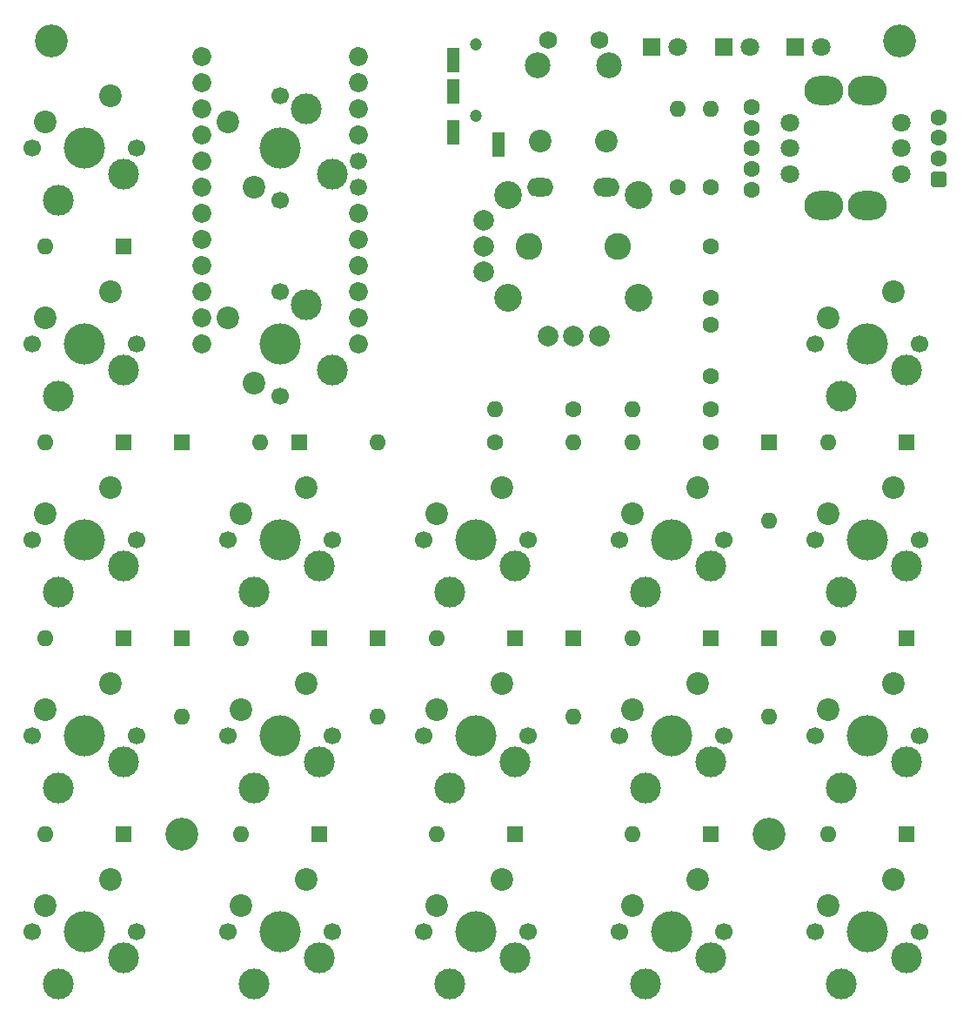
<source format=gbr>
%TF.GenerationSoftware,KiCad,Pcbnew,8.0.3*%
%TF.CreationDate,2025-03-24T17:59:12+09:00*%
%TF.ProjectId,small_keyboard_v2_1,736d616c-6c5f-46b6-9579-626f6172645f,rev?*%
%TF.SameCoordinates,Original*%
%TF.FileFunction,Soldermask,Top*%
%TF.FilePolarity,Negative*%
%FSLAX46Y46*%
G04 Gerber Fmt 4.6, Leading zero omitted, Abs format (unit mm)*
G04 Created by KiCad (PCBNEW 8.0.3) date 2025-03-24 17:59:12*
%MOMM*%
%LPD*%
G01*
G04 APERTURE LIST*
G04 Aperture macros list*
%AMRoundRect*
0 Rectangle with rounded corners*
0 $1 Rounding radius*
0 $2 $3 $4 $5 $6 $7 $8 $9 X,Y pos of 4 corners*
0 Add a 4 corners polygon primitive as box body*
4,1,4,$2,$3,$4,$5,$6,$7,$8,$9,$2,$3,0*
0 Add four circle primitives for the rounded corners*
1,1,$1+$1,$2,$3*
1,1,$1+$1,$4,$5*
1,1,$1+$1,$6,$7*
1,1,$1+$1,$8,$9*
0 Add four rect primitives between the rounded corners*
20,1,$1+$1,$2,$3,$4,$5,0*
20,1,$1+$1,$4,$5,$6,$7,0*
20,1,$1+$1,$6,$7,$8,$9,0*
20,1,$1+$1,$8,$9,$2,$3,0*%
G04 Aperture macros list end*
%ADD10C,1.600000*%
%ADD11O,1.600000X1.600000*%
%ADD12R,1.800000X1.800000*%
%ADD13C,1.800000*%
%ADD14R,1.600000X1.600000*%
%ADD15C,3.200000*%
%ADD16C,1.700000*%
%ADD17C,3.000000*%
%ADD18C,4.000000*%
%ADD19C,2.200000*%
%ADD20C,2.700000*%
%ADD21C,2.600000*%
%ADD22O,2.600000X1.800000*%
%ADD23C,2.000000*%
%ADD24O,3.800000X2.800000*%
%ADD25RoundRect,0.400000X-0.400000X0.400000X-0.400000X-0.400000X0.400000X-0.400000X0.400000X0.400000X0*%
%ADD26C,2.500000*%
%ADD27C,1.750000*%
%ADD28C,1.850000*%
%ADD29C,1.680000*%
%ADD30C,1.200000*%
%ADD31R,1.200000X2.400000*%
G04 APERTURE END LIST*
D10*
%TO.C,R6*%
X102865000Y-108755000D03*
D11*
X102865000Y-101135000D03*
%TD*%
D12*
%TO.C,LED3*%
X111120000Y-95115000D03*
D13*
X113660000Y-95115000D03*
%TD*%
D14*
%TO.C,D2*%
X51430000Y-133520000D03*
D11*
X59050000Y-133520000D03*
%TD*%
D14*
%TO.C,D12*%
X70480000Y-152570000D03*
D11*
X70480000Y-160190000D03*
%TD*%
D14*
%TO.C,D20*%
X121915000Y-171620000D03*
D11*
X114295000Y-171620000D03*
%TD*%
D15*
%TO.C,REF\u002A\u002A*%
X108580000Y-171620000D03*
%TD*%
D16*
%TO.C,SW3*%
X36825000Y-104945000D03*
D17*
X39365000Y-110025000D03*
D18*
X41905000Y-104945000D03*
D17*
X45715000Y-107485000D03*
D16*
X46985000Y-104945000D03*
D19*
X44445000Y-99865000D03*
X38095000Y-102405000D03*
%TD*%
D15*
%TO.C,REF\u002A\u002A*%
X121280000Y-94480000D03*
%TD*%
D16*
%TO.C,SW6*%
X36825000Y-143045000D03*
D17*
X39365000Y-148125000D03*
D18*
X41905000Y-143045000D03*
D17*
X45715000Y-145585000D03*
D16*
X46985000Y-143045000D03*
D19*
X44445000Y-137965000D03*
X38095000Y-140505000D03*
%TD*%
D14*
%TO.C,D5*%
X121915000Y-133520000D03*
D11*
X114295000Y-133520000D03*
%TD*%
D14*
%TO.C,D16*%
X45715000Y-171620000D03*
D11*
X38095000Y-171620000D03*
%TD*%
D14*
%TO.C,D4*%
X62860000Y-133520000D03*
D11*
X70480000Y-133520000D03*
%TD*%
D16*
%TO.C,SW2*%
X60955000Y-129075000D03*
D17*
X66035000Y-126535000D03*
D18*
X60955000Y-123995000D03*
D17*
X63495000Y-120185000D03*
D16*
X60955000Y-118915000D03*
D19*
X55875000Y-121455000D03*
X58415000Y-127805000D03*
%TD*%
D15*
%TO.C,REF\u002A\u002A*%
X51430000Y-171620000D03*
%TD*%
D14*
%TO.C,D18*%
X83815000Y-171620000D03*
D11*
X76195000Y-171620000D03*
%TD*%
D16*
%TO.C,SW20*%
X113025000Y-181145000D03*
D17*
X115565000Y-186225000D03*
D18*
X118105000Y-181145000D03*
D17*
X121915000Y-183685000D03*
D16*
X123185000Y-181145000D03*
D19*
X120645000Y-176065000D03*
X114295000Y-178605000D03*
%TD*%
D14*
%TO.C,D9*%
X102865000Y-152570000D03*
D11*
X95245000Y-152570000D03*
%TD*%
D14*
%TO.C,D17*%
X64765000Y-171620000D03*
D11*
X57145000Y-171620000D03*
%TD*%
D16*
%TO.C,SW7*%
X55875000Y-143045000D03*
D17*
X58415000Y-148125000D03*
D18*
X60955000Y-143045000D03*
D17*
X64765000Y-145585000D03*
D16*
X66035000Y-143045000D03*
D19*
X63495000Y-137965000D03*
X57145000Y-140505000D03*
%TD*%
D16*
%TO.C,SW19*%
X93975000Y-181145000D03*
D17*
X96515000Y-186225000D03*
D18*
X99055000Y-181145000D03*
D17*
X102865000Y-183685000D03*
D16*
X104135000Y-181145000D03*
D19*
X101595000Y-176065000D03*
X95245000Y-178605000D03*
%TD*%
D14*
%TO.C,D11*%
X51430000Y-152570000D03*
D11*
X51430000Y-160190000D03*
%TD*%
D16*
%TO.C,SW1*%
X36825000Y-123995000D03*
D17*
X39365000Y-129075000D03*
D18*
X41905000Y-123995000D03*
D17*
X45715000Y-126535000D03*
D16*
X46985000Y-123995000D03*
D19*
X44445000Y-118915000D03*
X38095000Y-121455000D03*
%TD*%
D14*
%TO.C,D14*%
X108580000Y-152570000D03*
D11*
X108580000Y-160190000D03*
%TD*%
D12*
%TO.C,LED1*%
X97150000Y-95115000D03*
D13*
X99690000Y-95115000D03*
%TD*%
D20*
%TO.C,JoyStick1*%
X95855000Y-119470000D03*
X95855000Y-109470000D03*
D21*
X93830000Y-114470000D03*
X85230000Y-114470000D03*
D20*
X83205000Y-119470000D03*
X83205000Y-109470000D03*
D22*
X92780000Y-108720000D03*
X86280000Y-108720000D03*
D19*
X92780000Y-104220000D03*
X86280000Y-104220000D03*
D23*
X87030000Y-123200000D03*
X89530000Y-123200000D03*
X92030000Y-123200000D03*
X80800000Y-111970000D03*
X80800000Y-114470000D03*
X80800000Y-116970000D03*
%TD*%
D24*
%TO.C,RotaryEncoder1*%
X118105000Y-110545000D03*
X118105000Y-99345000D03*
D25*
X125105000Y-107945000D03*
D10*
X125105000Y-105945000D03*
X125105000Y-103945000D03*
X125105000Y-101945000D03*
D13*
X110605000Y-102445000D03*
X110605000Y-107445000D03*
X110605000Y-104945000D03*
%TD*%
D10*
%TO.C,C1*%
X102865000Y-119510000D03*
X102865000Y-114510000D03*
%TD*%
%TO.C,C2*%
X102865000Y-122090000D03*
X102865000Y-127090000D03*
%TD*%
D24*
%TO.C,RotaryEncoder2*%
X113920000Y-110545000D03*
X113920000Y-99345000D03*
D10*
X106920000Y-108945000D03*
X106920000Y-106945000D03*
X106920000Y-104945000D03*
X106920000Y-102945000D03*
X106920000Y-100945000D03*
D13*
X121420000Y-107445000D03*
X121420000Y-102445000D03*
X121420000Y-104945000D03*
%TD*%
D14*
%TO.C,D10*%
X108580000Y-133520000D03*
D11*
X108580000Y-141140000D03*
%TD*%
D14*
%TO.C,D7*%
X64765000Y-152570000D03*
D11*
X57145000Y-152570000D03*
%TD*%
D16*
%TO.C,SW17*%
X55875000Y-181145000D03*
D17*
X58415000Y-186225000D03*
D18*
X60955000Y-181145000D03*
D17*
X64765000Y-183685000D03*
D16*
X66035000Y-181145000D03*
D19*
X63495000Y-176065000D03*
X57145000Y-178605000D03*
%TD*%
D16*
%TO.C,SW4*%
X60955000Y-110025000D03*
D17*
X66035000Y-107485000D03*
D18*
X60955000Y-104945000D03*
D17*
X63495000Y-101135000D03*
D16*
X60955000Y-99865000D03*
D19*
X55875000Y-102405000D03*
X58415000Y-108755000D03*
%TD*%
D16*
%TO.C,SW18*%
X74925000Y-181145000D03*
D17*
X77465000Y-186225000D03*
D18*
X80005000Y-181145000D03*
D17*
X83815000Y-183685000D03*
D16*
X85085000Y-181145000D03*
D19*
X82545000Y-176065000D03*
X76195000Y-178605000D03*
%TD*%
D10*
%TO.C,R3*%
X81910000Y-133520000D03*
D11*
X89530000Y-133520000D03*
%TD*%
D16*
%TO.C,SW9*%
X93975000Y-143045000D03*
D17*
X96515000Y-148125000D03*
D18*
X99055000Y-143045000D03*
D17*
X102865000Y-145585000D03*
D16*
X104135000Y-143045000D03*
D19*
X101595000Y-137965000D03*
X95245000Y-140505000D03*
%TD*%
D16*
%TO.C,SW11*%
X36825000Y-162095000D03*
D17*
X39365000Y-167175000D03*
D18*
X41905000Y-162095000D03*
D17*
X45715000Y-164635000D03*
D16*
X46985000Y-162095000D03*
D19*
X44445000Y-157015000D03*
X38095000Y-159555000D03*
%TD*%
D14*
%TO.C,D3*%
X45715000Y-114470000D03*
D11*
X38095000Y-114470000D03*
%TD*%
D12*
%TO.C,LED2*%
X104135000Y-95115000D03*
D13*
X106675000Y-95115000D03*
%TD*%
D14*
%TO.C,D19*%
X102865000Y-171620000D03*
D11*
X95245000Y-171620000D03*
%TD*%
D10*
%TO.C,R5*%
X99690000Y-108755000D03*
D11*
X99690000Y-101135000D03*
%TD*%
D26*
%TO.C,SW_RST1*%
X86030000Y-96904000D03*
X93030000Y-96904000D03*
D27*
X87030000Y-94404000D03*
X92030000Y-94404000D03*
%TD*%
D16*
%TO.C,SW15*%
X113025000Y-162095000D03*
D17*
X115565000Y-167175000D03*
D18*
X118105000Y-162095000D03*
D17*
X121915000Y-164635000D03*
D16*
X123185000Y-162095000D03*
D19*
X120645000Y-157015000D03*
X114295000Y-159555000D03*
%TD*%
D16*
%TO.C,SW13*%
X74925000Y-162095000D03*
D17*
X77465000Y-167175000D03*
D18*
X80005000Y-162095000D03*
D17*
X83815000Y-164635000D03*
D16*
X85085000Y-162095000D03*
D19*
X82545000Y-157015000D03*
X76195000Y-159555000D03*
%TD*%
D14*
%TO.C,D1*%
X45715000Y-133520000D03*
D11*
X38095000Y-133520000D03*
%TD*%
D10*
%TO.C,R4*%
X89530000Y-130345000D03*
D11*
X81910000Y-130345000D03*
%TD*%
D16*
%TO.C,SW5*%
X113025000Y-123995000D03*
D17*
X115565000Y-129075000D03*
D18*
X118105000Y-123995000D03*
D17*
X121915000Y-126535000D03*
D16*
X123185000Y-123995000D03*
D19*
X120645000Y-118915000D03*
X114295000Y-121455000D03*
%TD*%
D28*
%TO.C,ProMicro1*%
X53335000Y-106215000D03*
X53335000Y-108755000D03*
X53335000Y-111295000D03*
X53335000Y-113835000D03*
X53335000Y-116375000D03*
X53335000Y-118915000D03*
X53335000Y-121455000D03*
X53335000Y-123995000D03*
X68575000Y-123995000D03*
X68575000Y-118915000D03*
X68575000Y-116375000D03*
X68575000Y-121455000D03*
X68575000Y-113835000D03*
X68575000Y-111295000D03*
D29*
X68575000Y-108755000D03*
X68575000Y-106215000D03*
D28*
X53335000Y-101135000D03*
X53335000Y-103675000D03*
X68575000Y-98595000D03*
X68575000Y-96055000D03*
X68575000Y-101135000D03*
X53335000Y-98595000D03*
X53335000Y-96055000D03*
X68575000Y-103675000D03*
%TD*%
D14*
%TO.C,D6*%
X45715000Y-152570000D03*
D11*
X38095000Y-152570000D03*
%TD*%
D14*
%TO.C,D8*%
X83815000Y-152570000D03*
D11*
X76195000Y-152570000D03*
%TD*%
D16*
%TO.C,SW14*%
X93975000Y-162095000D03*
D17*
X96515000Y-167175000D03*
D18*
X99055000Y-162095000D03*
D17*
X102865000Y-164635000D03*
D16*
X104135000Y-162095000D03*
D19*
X101595000Y-157015000D03*
X95245000Y-159555000D03*
%TD*%
D14*
%TO.C,D15*%
X121915000Y-152570000D03*
D11*
X114295000Y-152570000D03*
%TD*%
D16*
%TO.C,SW12*%
X55875000Y-162095000D03*
D17*
X58415000Y-167175000D03*
D18*
X60955000Y-162095000D03*
D17*
X64765000Y-164635000D03*
D16*
X66035000Y-162095000D03*
D19*
X63495000Y-157015000D03*
X57145000Y-159555000D03*
%TD*%
D10*
%TO.C,R1*%
X102865000Y-130345000D03*
D11*
X95245000Y-130345000D03*
%TD*%
D16*
%TO.C,SW16*%
X36825000Y-181145000D03*
D17*
X39365000Y-186225000D03*
D18*
X41905000Y-181145000D03*
D17*
X45715000Y-183685000D03*
D16*
X46985000Y-181145000D03*
D19*
X44445000Y-176065000D03*
X38095000Y-178605000D03*
%TD*%
D16*
%TO.C,SW8*%
X74925000Y-143045000D03*
D17*
X77465000Y-148125000D03*
D18*
X80005000Y-143045000D03*
D17*
X83815000Y-145585000D03*
D16*
X85085000Y-143045000D03*
D19*
X82545000Y-137965000D03*
X76195000Y-140505000D03*
%TD*%
D16*
%TO.C,SW10*%
X113025000Y-143045000D03*
D17*
X115565000Y-148125000D03*
D18*
X118105000Y-143045000D03*
D17*
X121915000Y-145585000D03*
D16*
X123185000Y-143045000D03*
D19*
X120645000Y-137965000D03*
X114295000Y-140505000D03*
%TD*%
D10*
%TO.C,R2*%
X102865000Y-133520000D03*
D11*
X95245000Y-133520000D03*
%TD*%
D14*
%TO.C,D13*%
X89530000Y-152570000D03*
D11*
X89530000Y-160190000D03*
%TD*%
D15*
%TO.C,REF\u002A\u002A*%
X38730000Y-94480000D03*
%TD*%
D30*
%TO.C,J1*%
X80005000Y-94810000D03*
X80005000Y-101810000D03*
D31*
X77805000Y-99410000D03*
X77805000Y-96410000D03*
X82205000Y-104610000D03*
X77805000Y-103410000D03*
%TD*%
M02*

</source>
